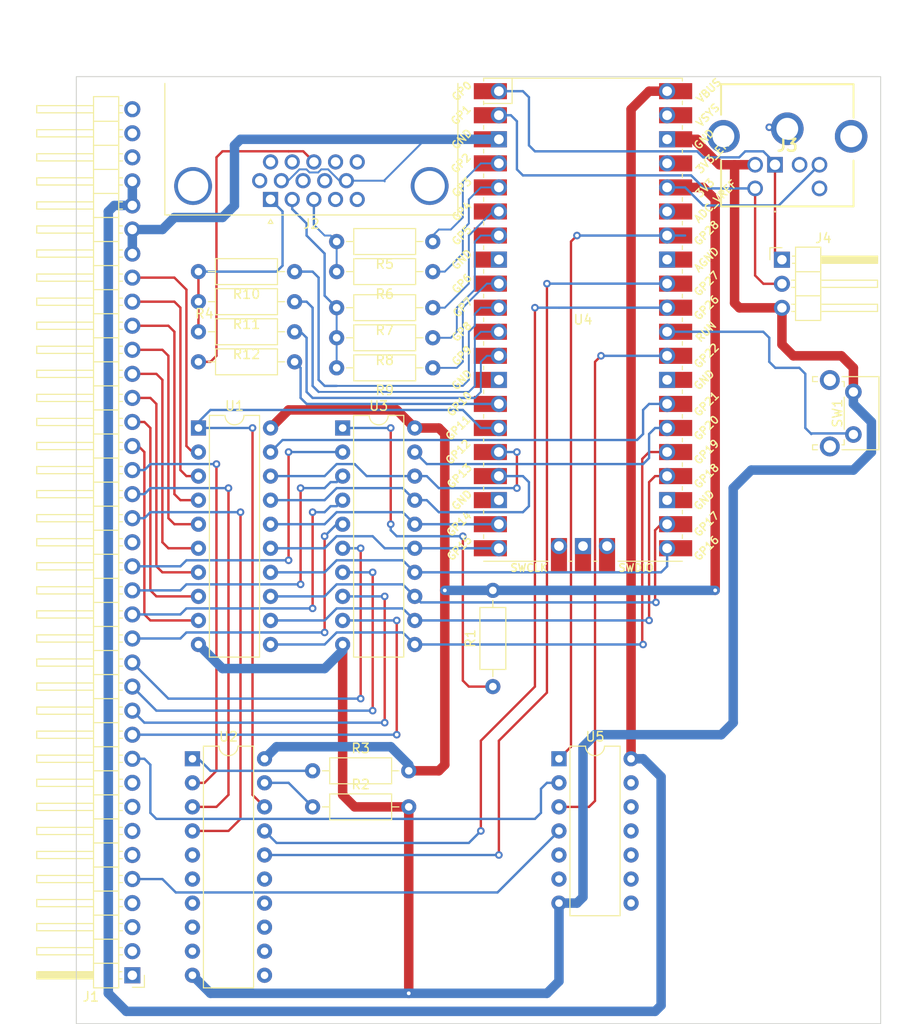
<source format=kicad_pcb>
(kicad_pcb (version 20211014) (generator pcbnew)
  (layers (0 "F.Cu" signal) (31 "B.Cu" signal) (34 "B.Paste" user) (35 "F.Paste" user) (36 "B.SilkS" user "B.Silkscreen") (37 "F.SilkS" user "F.Silkscreen") (38 "B.Mask" user) (39 "F.Mask" user) (44 "Edge.Cuts" user))
  (net 0 "")
  (net 4 "/D0")
  (net 5 "/D1")
  (net 6 "/D2")
  (net 7 "/D3")
  (net 8 "/D4")
  (net 9 "/D5")
  (net 10 "/D6")
  (net 11 "/D7")
  (net 12 "+5V")
  (net 13 "/~{RD}")
  (net 14 "/~{WR}")
  (net 15 "/~{IORQ}")
  (net 16 "/A0")
  (net 17 "/A1")
  (net 18 "/A2")
  (net 19 "/A3")
  (net 20 "/A4")
  (net 21 "/A5")
  (net 22 "/A6")
  (net 23 "/A7")
  (net 24 "/~{MREQ}")
  (net 26 "/~{INT}")
  (net 27 "/~{RFSH}")
  (net 28 "/~{CLK}")
  (net 29 "/~{M1}")
  (net 30 "/~{RESET}")
  (net 34 "unconnected-(J2-Pad0)")
  (net 35 "/RED_V")
  (net 36 "/GREEN_V")
  (net 47 "/~{WAIT}")
  (net 48 "+3V3")
  (net 49 "/~{WR3}")
  (net 62 "/BLUE_V")
  (net 63 "/~{RD3}")
  (net 64 "Net-(R3-Pad1)")
  (net 65 "/CSYNC")
  (net 66 "/KEY_DATA")
  (net 67 "/BLUE_D1")
  (net 68 "/BLUE_D2")
  (net 69 "/GREEN_D0")
  (net 70 "/KEY_CLK")
  (net 71 "/GREEN_D1")
  (net 72 "/GREEN_D2")
  (net 73 "/RED_D0")
  (net 74 "Net-(R1-Pad1)")
  (net 75 "Net-(R2-Pad1)")
  (net 76 "GND")
  (net 77 "/RED_D1")
  (net 78 "/RED_D2")
  (net 79 "/AD7_3")
  (net 80 "/AD6_3")
  (net 81 "/AD5_3")
  (net 82 "/AD4_3")
  (net 83 "/AD3_3")
  (net 84 "/AD2_3")
  (net 85 "/AD1_3")
  (net 86 "/AD0_3")
  (net 87 "/~{CE_D3}")
  (net 98 "/~{IORQ3}")
  (net 99 "/~{CE_A3}")
  (net 100 "/WAIT_3")
  (net 101 "/RESET3")
  (net 111 "unconnected-(J3-PadMH1)")
  (net 114 "Net-(U4-Pad14)")
  (net 115 "Net-(SW1-Pad2)")
  (footprint "Resistor_THT:R_Axial_DIN0207_L6.3mm_D2.5mm_P10.16mm_Horizontal" (layer "F.Cu") (at 93.98 51.435 180)
    (fp_text reference "R5")
    (fp_text value "1k")
  )
  (footprint "Resistor_THT:R_Axial_DIN0207_L6.3mm_D2.5mm_P10.16mm_Horizontal" (layer "F.Cu") (at 81.28 111.125)
    (fp_text reference "R2")
    (fp_text value "4.7k")
  )
  (footprint "Resistor_THT:R_Axial_DIN0207_L6.3mm_D2.5mm_P10.16mm_Horizontal" (layer "F.Cu") (at 93.98 58.42 180)
    (fp_text reference "R7")
    (fp_text value "2k2")
  )
  (footprint "Resistor_THT:R_Axial_DIN0207_L6.3mm_D2.5mm_P10.16mm_Horizontal" (layer "F.Cu") (at 81.28 107.315)
    (fp_text reference "R3")
    (fp_text value "4.7k")
  )
  (footprint "Connector_PinHeader_2.54mm:PinHeader_1x37_P2.54mm_Horizontal" (layer "F.Cu") (at 62.23 128.905 180)
    (fp_text reference "J1")
    (fp_text value "Conn_01x37_MountingPin")
  )
  (footprint "Resistor_THT:R_Axial_DIN0207_L6.3mm_D2.5mm_P10.16mm_Horizontal" (layer "F.Cu") (at 79.375 54.61 180)
    (fp_text reference "R10")
    (fp_text value "2k2")
  )
  (footprint "Connector_Dsub:DSUB-15-HD_Female_Horizontal_P2.29x1.98mm_EdgePinOffset8.35mm_Housed_MountingHolesOffset10.89mm" (layer "F.Cu") (at 76.835 46.99 180)
    (fp_text reference "J2")
    (fp_text value "DB15_Female_HighDensity_MountingHoles")
  )
  (footprint "Button_Switch_THT:SW_Tactile_SPST_Angled_PTS645Vx58-2LFS" (layer "F.Cu") (at 138.43 67.31 -90)
    (fp_text reference "SW1")
    (fp_text value "Reset")
  )
  (footprint "Resistor_THT:R_Axial_DIN0207_L6.3mm_D2.5mm_P10.16mm_Horizontal" (layer "F.Cu") (at 79.375 57.785 180)
    (fp_text reference "R11")
    (fp_text value "1k")
  )
  (footprint "Package_DIP:DIP-20_W7.62mm" (layer "F.Cu") (at 69.215 71.12)
    (fp_text reference "U1")
    (fp_text value "74LVC245A")
  )
  (footprint "Package_DIP:DIP-20_W7.62mm" (layer "F.Cu") (at 68.58 106.045)
    (fp_text reference "U2")
    (fp_text value "74LVC245A")
  )
  (footprint "Resistor_THT:R_Axial_DIN0207_L6.3mm_D2.5mm_P10.16mm_Horizontal" (layer "F.Cu") (at 100.33 98.425 90)
    (fp_text reference "R1")
    (fp_text value "4.7k")
  )
  (footprint "Resistor_THT:R_Axial_DIN0207_L6.3mm_D2.5mm_P10.16mm_Horizontal" (layer "F.Cu") (at 93.98 54.61 180)
    (fp_text reference "R6")
    (fp_text value "390")
  )
  (footprint "Resistor_THT:R_Axial_DIN0207_L6.3mm_D2.5mm_P10.16mm_Horizontal" (layer "F.Cu") (at 93.98 64.77 180)
    (fp_text reference "R9")
    (fp_text value "470")
  )
  (footprint "Resistor_THT:R_Axial_DIN0207_L6.3mm_D2.5mm_P10.16mm_Horizontal" (layer "F.Cu") (at 69.215 64.135)
    (fp_text reference "R4")
    (fp_text value "100")
  )
  (footprint "Resistor_THT:R_Axial_DIN0207_L6.3mm_D2.5mm_P10.16mm_Horizontal" (layer "F.Cu") (at 93.98 61.595 180)
    (fp_text reference "R8")
    (fp_text value "1k")
  )
  (footprint "Package_DIP:DIP-14_W7.62mm" (layer "F.Cu") (at 107.315 106.045)
    (fp_text reference "U5")
    (fp_text value "74LS04")
  )
  (footprint "MyLib:KMDGX6SBS" (layer "F.Cu") (at 130.145 43.325)
    (fp_text reference "J3")
    (fp_text value "Mini-DIN-6" hide)
  )
  (footprint "Resistor_THT:R_Axial_DIN0207_L6.3mm_D2.5mm_P10.16mm_Horizontal" (layer "F.Cu") (at 79.375 60.96 180)
    (fp_text reference "R12")
    (fp_text value "470")
  )
  (footprint "Package_DIP:DIP-20_W7.62mm" (layer "F.Cu") (at 84.455 71.12)
    (fp_text reference "U3")
    (fp_text value "74LVC245A")
  )
  (footprint "Connector_PinHeader_2.54mm:PinHeader_1x03_P2.54mm_Horizontal" (layer "F.Cu") (at 130.88 53.355)
    (fp_text reference "J4")
    (fp_text value "Conn_01x03_Male")
  )
  (footprint "MyLib:RPi_Pico_SMD_TH" (layer "F.Cu") (at 109.855 59.69)
    (fp_text reference "U4")
    (fp_text value "Pico")
  )
  (gr_rect (start 141.31 134.02) (end 56.31 34.02) (layer "Edge.Cuts") (width 0.1) (fill none))
  (segment (start 66.675 55.245) (end 67.945 56.515) (width 0.25) (layer "F.Cu") (net 4))
  (segment (start 67.945 56.515) (end 67.945 73.025) (width 0.25) (layer "F.Cu") (net 4))
  (segment (start 62.23 55.245) (end 66.675 55.245) (width 0.25) (layer "F.Cu") (net 4))
  (segment (start 67.945 73.025) (end 68.58 73.66) (width 0.25) (layer "F.Cu") (net 4))
  (segment (start 68.58 73.66) (end 69.215 73.66) (width 0.25) (layer "F.Cu") (net 4))
  (segment (start 67.31 58.42) (end 67.31 75.565) (width 0.25) (layer "F.Cu") (net 5))
  (segment (start 67.945 76.2) (end 69.215 76.2) (width 0.25) (layer "F.Cu") (net 5))
  (segment (start 66.675 57.785) (end 67.31 58.42) (width 0.25) (layer "F.Cu") (net 5))
  (segment (start 62.23 57.785) (end 66.675 57.785) (width 0.25) (layer "F.Cu") (net 5))
  (segment (start 67.31 75.565) (end 67.945 76.2) (width 0.25) (layer "F.Cu") (net 5))
  (segment (start 67.31 78.74) (end 69.215 78.74) (width 0.25) (layer "F.Cu") (net 6))
  (segment (start 66.675 78.105) (end 67.31 78.74) (width 0.25) (layer "F.Cu") (net 6))
  (segment (start 66.04 60.325) (end 66.675 60.96) (width 0.25) (layer "F.Cu") (net 6))
  (segment (start 66.675 60.96) (end 66.675 78.105) (width 0.25) (layer "F.Cu") (net 6))
  (segment (start 62.23 60.325) (end 66.04 60.325) (width 0.25) (layer "F.Cu") (net 6))
  (segment (start 65.405 62.865) (end 66.04 63.5) (width 0.25) (layer "F.Cu") (net 7))
  (segment (start 66.675 81.28) (end 69.215 81.28) (width 0.25) (layer "F.Cu") (net 7))
  (segment (start 62.23 62.865) (end 65.405 62.865) (width 0.25) (layer "F.Cu") (net 7))
  (segment (start 66.04 63.5) (end 66.04 80.645) (width 0.25) (layer "F.Cu") (net 7))
  (segment (start 66.04 80.645) (end 66.675 81.28) (width 0.25) (layer "F.Cu") (net 7))
  (segment (start 65.405 83.185) (end 66.04 83.82) (width 0.25) (layer "F.Cu") (net 8))
  (segment (start 64.77 65.405) (end 65.405 66.04) (width 0.25) (layer "F.Cu") (net 8))
  (segment (start 65.405 66.04) (end 65.405 83.185) (width 0.25) (layer "F.Cu") (net 8))
  (segment (start 66.04 83.82) (end 69.215 83.82) (width 0.25) (layer "F.Cu") (net 8))
  (segment (start 62.23 65.405) (end 64.77 65.405) (width 0.25) (layer "F.Cu") (net 8))
  (segment (start 65.405 86.36) (end 69.215 86.36) (width 0.25) (layer "F.Cu") (net 9))
  (segment (start 62.23 67.945) (end 64.135 67.945) (width 0.25) (layer "F.Cu") (net 9))
  (segment (start 64.77 68.58) (end 64.77 85.725) (width 0.25) (layer "F.Cu") (net 9))
  (segment (start 64.77 85.725) (end 65.405 86.36) (width 0.25) (layer "F.Cu") (net 9))
  (segment (start 64.135 67.945) (end 64.77 68.58) (width 0.25) (layer "F.Cu") (net 9))
  (segment (start 64.77 88.9) (end 69.215 88.9) (width 0.25) (layer "F.Cu") (net 10))
  (segment (start 62.23 70.485) (end 63.5 70.485) (width 0.25) (layer "F.Cu") (net 10))
  (segment (start 63.5 70.485) (end 64.135 71.12) (width 0.25) (layer "F.Cu") (net 10))
  (segment (start 64.135 88.265) (end 64.77 88.9) (width 0.25) (layer "F.Cu") (net 10))
  (segment (start 64.135 71.12) (end 64.135 88.265) (width 0.25) (layer "F.Cu") (net 10))
  (segment (start 64.135 91.44) (end 69.215 91.44) (width 0.25) (layer "F.Cu") (net 11))
  (segment (start 62.23 73.025) (end 62.865 73.025) (width 0.25) (layer "F.Cu") (net 11))
  (segment (start 62.865 73.025) (end 63.5 73.66) (width 0.25) (layer "F.Cu") (net 11))
  (segment (start 63.5 90.805) (end 64.135 91.44) (width 0.25) (layer "F.Cu") (net 11))
  (segment (start 63.5 73.66) (end 63.5 90.805) (width 0.25) (layer "F.Cu") (net 11))
  (segment (start 116.84 35.56) (end 114.935 37.465) (width 1) (layer "F.Cu") (net 12))
  (segment (start 114.935 37.465) (end 114.935 106.045) (width 1) (layer "F.Cu") (net 12))
  (segment (start 118.745 35.56) (end 116.84 35.56) (width 1) (layer "F.Cu") (net 12))
  (segment (start 118.11 132.08) (end 117.475 132.715) (width 1) (layer "B.Cu") (net 12))
  (segment (start 118.11 107.95) (end 118.11 132.08) (width 1) (layer "B.Cu") (net 12))
  (segment (start 60.325 47.625) (end 62.23 47.625) (width 1) (layer "B.Cu") (net 12))
  (segment (start 62.23 45.085) (end 62.23 47.625) (width 1) (layer "B.Cu") (net 12))
  (segment (start 117.475 132.715) (end 61.595 132.715) (width 1) (layer "B.Cu") (net 12))
  (segment (start 59.69 130.81) (end 59.69 48.26) (width 1) (layer "B.Cu") (net 12))
  (segment (start 116.205 106.045) (end 118.11 107.95) (width 1) (layer "B.Cu") (net 12))
  (segment (start 114.935 106.045) (end 116.205 106.045) (width 1) (layer "B.Cu") (net 12))
  (segment (start 61.595 132.715) (end 59.69 130.81) (width 1) (layer "B.Cu") (net 12))
  (segment (start 59.69 48.26) (end 60.325 47.625) (width 1) (layer "B.Cu") (net 12))
  (segment (start 71.12 74.93) (end 71.12 107.315) (width 0.25) (layer "F.Cu") (net 13))
  (segment (start 69.85 108.585) (end 68.58 108.585) (width 0.25) (layer "F.Cu") (net 13))
  (segment (start 71.12 107.315) (end 69.85 108.585) (width 0.25) (layer "F.Cu") (net 13))
  (via (at 71.12 74.93) (size 0.8) (drill 0.4) (layers "F.Cu" "B.Cu") (net 13))
  (segment (start 62.23 75.565) (end 63.5 75.565) (width 0.25) (layer "B.Cu") (net 13))
  (segment (start 63.5 75.565) (end 64.135 74.93) (width 0.25) (layer "B.Cu") (net 13))
  (segment (start 64.135 74.93) (end 71.12 74.93) (width 0.25) (layer "B.Cu") (net 13))
  (segment (start 71.12 111.125) (end 68.58 111.125) (width 0.25) (layer "F.Cu") (net 14))
  (segment (start 72.39 77.47) (end 72.39 109.855) (width 0.25) (layer "F.Cu") (net 14))
  (segment (start 72.39 109.855) (end 71.12 111.125) (width 0.25) (layer "F.Cu") (net 14))
  (via (at 72.39 77.47) (size 0.8) (drill 0.4) (layers "F.Cu" "B.Cu") (net 14))
  (segment (start 64.135 77.47) (end 72.39 77.47) (width 0.25) (layer "B.Cu") (net 14))
  (segment (start 62.23 78.105) (end 63.5 78.105) (width 0.25) (layer "B.Cu") (net 14))
  (segment (start 63.5 78.105) (end 64.135 77.47) (width 0.25) (layer "B.Cu") (net 14))
  (segment (start 73.66 112.395) (end 72.39 113.665) (width 0.25) (layer "F.Cu") (net 15))
  (segment (start 72.39 113.665) (end 68.58 113.665) (width 0.25) (layer "F.Cu") (net 15))
  (segment (start 73.66 80.01) (end 73.66 112.395) (width 0.25) (layer "F.Cu") (net 15))
  (via (at 73.66 80.01) (size 0.8) (drill 0.4) (layers "F.Cu" "B.Cu") (net 15))
  (segment (start 63.5 80.645) (end 64.135 80.01) (width 0.25) (layer "B.Cu") (net 15))
  (segment (start 62.23 80.645) (end 63.5 80.645) (width 0.25) (layer "B.Cu") (net 15))
  (segment (start 64.135 80.01) (end 73.66 80.01) (width 0.25) (layer "B.Cu") (net 15))
  (segment (start 78.74 73.66) (end 78.74 85.09) (width 0.25) (layer "F.Cu") (net 16))
  (via (at 78.74 73.66) (size 0.8) (drill 0.4) (layers "F.Cu" "B.Cu") (net 16))
  (via (at 78.74 85.09) (size 0.8) (drill 0.4) (layers "F.Cu" "B.Cu") (net 16))
  (segment (start 67.945 85.09) (end 67.31 85.725) (width 0.25) (layer "B.Cu") (net 16))
  (segment (start 84.455 73.66) (end 78.74 73.66) (width 0.25) (layer "B.Cu") (net 16))
  (segment (start 67.31 85.725) (end 62.23 85.725) (width 0.25) (layer "B.Cu") (net 16))
  (segment (start 78.74 85.09) (end 67.945 85.09) (width 0.25) (layer "B.Cu") (net 16))
  (segment (start 80.01 77.47) (end 80.01 87.63) (width 0.25) (layer "F.Cu") (net 17))
  (via (at 80.01 77.47) (size 0.8) (drill 0.4) (layers "F.Cu" "B.Cu") (net 17))
  (via (at 80.01 87.63) (size 0.8) (drill 0.4) (layers "F.Cu" "B.Cu") (net 17))
  (segment (start 83.185 76.835) (end 82.55 77.47) (width 0.25) (layer "B.Cu") (net 17))
  (segment (start 83.82 76.835) (end 83.185 76.835) (width 0.25) (layer "B.Cu") (net 17))
  (segment (start 67.31 88.265) (end 62.23 88.265) (width 0.25) (layer "B.Cu") (net 17))
  (segment (start 67.945 87.63) (end 67.31 88.265) (width 0.25) (layer "B.Cu") (net 17))
  (segment (start 84.455 76.2) (end 83.82 76.835) (width 0.25) (layer "B.Cu") (net 17))
  (segment (start 82.55 77.47) (end 80.01 77.47) (width 0.25) (layer "B.Cu") (net 17))
  (segment (start 80.01 87.63) (end 67.945 87.63) (width 0.25) (layer "B.Cu") (net 17))
  (segment (start 81.28 80.01) (end 81.28 90.17) (width 0.25) (layer "F.Cu") (net 18))
  (via (at 81.28 90.17) (size 0.8) (drill 0.4) (layers "F.Cu" "B.Cu") (net 18))
  (via (at 81.28 80.01) (size 0.8) (drill 0.4) (layers "F.Cu" "B.Cu") (net 18))
  (segment (start 83.82 79.375) (end 83.185 79.375) (width 0.25) (layer "B.Cu") (net 18))
  (segment (start 83.185 79.375) (end 82.55 80.01) (width 0.25) (layer "B.Cu") (net 18))
  (segment (start 82.55 80.01) (end 81.28 80.01) (width 0.25) (layer "B.Cu") (net 18))
  (segment (start 84.455 78.74) (end 83.82 79.375) (width 0.25) (layer "B.Cu") (net 18))
  (segment (start 67.31 90.805) (end 62.23 90.805) (width 0.25) (layer "B.Cu") (net 18))
  (segment (start 67.945 90.17) (end 67.31 90.805) (width 0.25) (layer "B.Cu") (net 18))
  (segment (start 81.28 90.17) (end 67.945 90.17) (width 0.25) (layer "B.Cu") (net 18))
  (segment (start 82.55 82.55) (end 82.55 92.71) (width 0.25) (layer "F.Cu") (net 19))
  (via (at 82.55 82.55) (size 0.8) (drill 0.4) (layers "F.Cu" "B.Cu") (net 19))
  (via (at 82.55 92.71) (size 0.8) (drill 0.4) (layers "F.Cu" "B.Cu") (net 19))
  (segment (start 83.82 81.28) (end 82.55 82.55) (width 0.25) (layer "B.Cu") (net 19))
  (segment (start 67.945 92.71) (end 67.31 93.345) (width 0.25) (layer "B.Cu") (net 19))
  (segment (start 82.55 92.71) (end 67.945 92.71) (width 0.25) (layer "B.Cu") (net 19))
  (segment (start 84.455 81.28) (end 83.82 81.28) (width 0.25) (layer "B.Cu") (net 19))
  (segment (start 67.31 93.345) (end 62.23 93.345) (width 0.25) (layer "B.Cu") (net 19))
  (segment (start 86.36 99.695) (end 86.36 83.82) (width 0.25) (layer "F.Cu") (net 20))
  (via (at 86.36 99.695) (size 0.8) (drill 0.4) (layers "F.Cu" "B.Cu") (net 20))
  (via (at 86.36 83.82) (size 0.8) (drill 0.4) (layers "F.Cu" "B.Cu") (net 20))
  (segment (start 86.36 99.695) (end 66.04 99.695) (width 0.25) (layer "B.Cu") (net 20))
  (segment (start 86.36 83.82) (end 84.455 83.82) (width 0.25) (layer "B.Cu") (net 20))
  (segment (start 66.04 99.695) (end 62.23 95.885) (width 0.25) (layer "B.Cu") (net 20))
  (segment (start 87.63 100.965) (end 87.63 86.36) (width 0.25) (layer "F.Cu") (net 21))
  (via (at 87.63 100.965) (size 0.8) (drill 0.4) (layers "F.Cu" "B.Cu") (net 21))
  (via (at 87.63 86.36) (size 0.8) (drill 0.4) (layers "F.Cu" "B.Cu") (net 21))
  (segment (start 87.63 100.965) (end 64.77 100.965) (width 0.25) (layer "B.Cu") (net 21))
  (segment (start 64.77 100.965) (end 62.23 98.425) (width 0.25) (layer "B.Cu") (net 21))
  (segment (start 87.63 86.36) (end 84.455 86.36) (width 0.25) (layer "B.Cu") (net 21))
  (segment (start 88.9 102.235) (end 88.9 88.9) (width 0.25) (layer "F.Cu") (net 22))
  (via (at 88.9 102.235) (size 0.8) (drill 0.4) (layers "F.Cu" "B.Cu") (net 22))
  (via (at 88.9 88.9) (size 0.8) (drill 0.4) (layers "F.Cu" "B.Cu") (net 22))
  (segment (start 88.9 102.235) (end 63.5 102.235) (width 0.25) (layer "B.Cu") (net 22))
  (segment (start 63.5 102.235) (end 62.23 100.965) (width 0.25) (layer "B.Cu") (net 22))
  (segment (start 88.9 88.9) (end 84.455 88.9) (width 0.25) (layer "B.Cu") (net 22))
  (segment (start 90.17 103.505) (end 90.17 91.44) (width 0.25) (layer "F.Cu") (net 23))
  (via (at 90.17 103.505) (size 0.8) (drill 0.4) (layers "F.Cu" "B.Cu") (net 23))
  (via (at 90.17 91.44) (size 0.8) (drill 0.4) (layers "F.Cu" "B.Cu") (net 23))
  (segment (start 90.17 91.44) (end 84.455 91.44) (width 0.25) (layer "B.Cu") (net 23))
  (segment (start 90.17 103.505) (end 62.23 103.505) (width 0.25) (layer "B.Cu") (net 23))
  (segment (start 106.045 108.585) (end 107.315 108.585) (width 0.25) (layer "B.Cu") (net 30))
  (segment (start 62.23 106.045) (end 63.5 106.045) (width 0.25) (layer "B.Cu") (net 30))
  (segment (start 105.41 111.76) (end 105.41 109.22) (width 0.25) (layer "B.Cu") (net 30))
  (segment (start 63.5 106.045) (end 64.135 106.68) (width 0.25) (layer "B.Cu") (net 30))
  (segment (start 104.775 112.395) (end 105.41 111.76) (width 0.25) (layer "B.Cu") (net 30))
  (segment (start 64.77 112.395) (end 104.775 112.395) (width 0.25) (layer "B.Cu") (net 30))
  (segment (start 105.41 109.22) (end 106.045 108.585) (width 0.25) (layer "B.Cu") (net 30))
  (segment (start 64.135 111.76) (end 64.77 112.395) (width 0.25) (layer "B.Cu") (net 30))
  (segment (start 64.135 106.68) (end 64.135 111.76) (width 0.25) (layer "B.Cu") (net 30))
  (segment (start 93.42 45.01) (end 93.98 44.45) (width 0.25) (layer "B.Cu") (net 34))
  (segment (start 69.215 60.96) (end 69.215 57.785) (width 0.25) (layer "F.Cu") (net 35))
  (segment (start 69.215 57.785) (end 69.215 54.61) (width 0.25) (layer "F.Cu") (net 35))
  (segment (start 78.105 53.975) (end 78.105 48.26) (width 0.25) (layer "B.Cu") (net 35))
  (segment (start 77.47 54.61) (end 78.105 53.975) (width 0.25) (layer "B.Cu") (net 35))
  (segment (start 69.215 54.61) (end 77.47 54.61) (width 0.25) (layer "B.Cu") (net 35))
  (segment (start 78.105 48.26) (end 76.835 46.99) (width 0.25) (layer "B.Cu") (net 35))
  (segment (start 82.55 52.705) (end 82.55 57.15) (width 0.25) (layer "B.Cu") (net 36))
  (segment (start 80.645 50.8) (end 82.55 52.705) (width 0.25) (layer "B.Cu") (net 36))
  (segment (start 82.55 57.15) (end 83.82 58.42) (width 0.25) (layer "B.Cu") (net 36))
  (segment (start 83.82 61.595) (end 83.82 58.42) (width 0.2) (layer "B.Cu") (net 36))
  (segment (start 83.82 64.77) (end 83.82 61.595) (width 0.2) (layer "B.Cu") (net 36))
  (segment (start 80.645 49.53) (end 80.645 50.8) (width 0.25) (layer "B.Cu") (net 36))
  (segment (start 79.125 46.99) (end 79.125 48.01) (width 0.25) (layer "B.Cu") (net 36))
  (segment (start 79.125 48.01) (end 80.645 49.53) (width 0.25) (layer "B.Cu") (net 36))
  (segment (start 62.23 118.745) (end 65.405 118.745) (width 0.25) (layer "B.Cu") (net 47))
  (segment (start 66.820489 120.160489) (end 65.405 118.745) (width 0.25) (layer "B.Cu") (net 47))
  (segment (start 100.819511 120.160489) (end 66.820489 120.160489) (width 0.25) (layer "B.Cu") (net 47))
  (segment (start 107.315 113.665) (end 100.819511 120.160489) (width 0.25) (layer "B.Cu") (net 47))
  (segment (start 94.615 107.315) (end 91.44 107.315) (width 1) (layer "F.Cu") (net 48))
  (segment (start 123.825 46.99) (end 123.825 88.265) (width 1) (layer "F.Cu") (net 48))
  (segment (start 95.25 88.265) (end 95.25 71.755) (width 1) (layer "F.Cu") (net 48))
  (segment (start 95.25 71.755) (end 94.615 71.12) (width 1) (layer "F.Cu") (net 48))
  (segment (start 95.25 88.265) (end 95.25 106.68) (width 1) (layer "F.Cu") (net 48))
  (segment (start 94.615 71.12) (end 92.075 71.12) (width 1) (layer "F.Cu") (net 48))
  (segment (start 118.745 45.72) (end 122.555 45.72) (width 1) (layer "F.Cu") (net 48))
  (segment (start 90.17 69.215) (end 78.74 69.215) (width 1) (layer "F.Cu") (net 48))
  (segment (start 95.25 106.68) (end 94.615 107.315) (width 1) (layer "F.Cu") (net 48))
  (segment (start 78.74 69.215) (end 76.835 71.12) (width 1) (layer "F.Cu") (net 48))
  (segment (start 122.555 45.72) (end 123.825 46.99) (width 1) (layer "F.Cu") (net 48))
  (segment (start 92.075 71.12) (end 90.17 69.215) (width 1) (layer "F.Cu") (net 48))
  (via (at 95.25 88.265) (size 0.8) (drill 0.4) (layers "F.Cu" "B.Cu") (net 48))
  (via (at 123.825 88.265) (size 0.8) (drill 0.4) (layers "F.Cu" "B.Cu") (net 48))
  (segment (start 91.44 106.68) (end 91.44 107.315) (width 1) (layer "B.Cu") (net 48))
  (segment (start 89.535 104.775) (end 91.44 106.68) (width 1) (layer "B.Cu") (net 48))
  (segment (start 122.555 47.625) (end 120.65 45.72) (width 0.25) (layer "B.Cu") (net 48))
  (segment (start 130.545 47.625) (end 122.555 47.625) (width 0.25) (layer "B.Cu") (net 48))
  (segment (start 95.25 88.265) (end 123.825 88.265) (width 1) (layer "B.Cu") (net 48))
  (segment (start 120.65 45.72) (end 118.745 45.72) (width 0.25) (layer "B.Cu") (net 48))
  (segment (start 134.845 43.325) (end 130.545 47.625) (width 0.25) (layer "B.Cu") (net 48))
  (segment (start 77.47 104.775) (end 89.535 104.775) (width 1) (layer "B.Cu") (net 48))
  (segment (start 76.2 106.045) (end 77.47 104.775) (width 1) (layer "B.Cu") (net 48))
  (segment (start 104.775 98.425) (end 99.06 104.14) (width 0.25) (layer "F.Cu") (net 49))
  (segment (start 104.775 58.42) (end 104.775 98.425) (width 0.25) (layer "F.Cu") (net 49))
  (segment (start 99.06 104.14) (end 99.06 113.665) (width 0.25) (layer "F.Cu") (net 49))
  (via (at 99.06 113.665) (size 0.8) (drill 0.4) (layers "F.Cu" "B.Cu") (net 49))
  (via (at 104.775 58.42) (size 0.8) (drill 0.4) (layers "F.Cu" "B.Cu") (net 49))
  (segment (start 107.315 58.42) (end 104.775 58.42) (width 0.25) (layer "B.Cu") (net 49))
  (segment (start 97.79 114.935) (end 77.47 114.935) (width 0.25) (layer "B.Cu") (net 49))
  (segment (start 118.745 58.42) (end 107.315 58.42) (width 0.25) (layer "B.Cu") (net 49))
  (segment (start 77.47 114.935) (end 76.2 113.665) (width 0.25) (layer "B.Cu") (net 49))
  (segment (start 99.06 113.665) (end 97.79 114.935) (width 0.25) (layer "B.Cu") (net 49))
  (segment (start 82.55 50.8) (end 81.415 49.665) (width 0.2) (layer "B.Cu") (net 62))
  (segment (start 83.82 51.435) (end 83.185 50.8) (width 0.2) (layer "B.Cu") (net 62))
  (segment (start 83.185 50.8) (end 82.55 50.8) (width 0.2) (layer "B.Cu") (net 62))
  (segment (start 83.82 54.61) (end 83.82 51.435) (width 0.2) (layer "B.Cu") (net 62))
  (segment (start 81.415 49.665) (end 81.415 46.99) (width 0.25) (layer "B.Cu") (net 62))
  (segment (start 74.93 71.12) (end 74.93 109.855) (width 0.25) (layer "F.Cu") (net 63))
  (segment (start 74.93 109.855) (end 76.2 111.125) (width 0.25) (layer "F.Cu") (net 63))
  (via (at 74.93 71.12) (size 0.8) (drill 0.4) (layers "F.Cu" "B.Cu") (net 63))
  (segment (start 70.485 69.215) (end 69.215 70.485) (width 0.25) (layer "B.Cu") (net 63))
  (segment (start 97.155 69.215) (end 70.485 69.215) (width 0.25) (layer "B.Cu") (net 63))
  (segment (start 100.965 71.12) (end 99.06 71.12) (width 0.25) (layer "B.Cu") (net 63))
  (segment (start 69.215 70.485) (end 69.215 71.12) (width 0.25) (layer "B.Cu") (net 63))
  (segment (start 99.06 71.12) (end 97.155 69.215) (width 0.25) (layer "B.Cu") (net 63))
  (segment (start 69.215 71.12) (end 74.93 71.12) (width 0.25) (layer "B.Cu") (net 63))
  (segment (start 69.215 106.045) (end 70.485 107.315) (width 0.25) (layer "B.Cu") (net 64))
  (segment (start 68.58 106.045) (end 69.215 106.045) (width 0.25) (layer "B.Cu") (net 64))
  (segment (start 70.485 107.315) (end 81.28 107.315) (width 0.25) (layer "B.Cu") (net 64))
  (segment (start 71.12 42.545) (end 71.755 41.91) (width 0.25) (layer "F.Cu") (net 65))
  (segment (start 71.759511 41.905489) (end 78.735489 41.905489) (width 0.25) (layer "F.Cu") (net 65))
  (segment (start 78.735489 41.905489) (end 80.290489 41.905489) (width 0.25) (layer "F.Cu") (net 65))
  (segment (start 70.485 64.135) (end 71.12 63.5) (width 0.25) (layer "F.Cu") (net 65))
  (segment (start 71.755 41.91) (end 71.759511 41.905489) (width 0.25) (layer "F.Cu") (net 65))
  (segment (start 71.12 63.5) (end 71.12 42.545) (width 0.25) (layer "F.Cu") (net 65))
  (segment (start 78.735489 41.905489) (end 78.74 41.91) (width 0.25) (layer "F.Cu") (net 65))
  (segment (start 69.215 64.135) (end 70.485 64.135) (width 0.25) (layer "F.Cu") (net 65))
  (segment (start 80.290489 41.905489) (end 81.415 43.03) (width 0.25) (layer "F.Cu") (net 65))
  (segment (start 130.145 52.62) (end 130.88 53.355) (width 0.25) (layer "F.Cu") (net 66))
  (segment (start 130.145 43.325) (end 130.145 52.62) (width 0.25) (layer "F.Cu") (net 66))
  (segment (start 126.365 42.545) (end 122.555 42.545) (width 0.25) (layer "B.Cu") (net 66))
  (segment (start 104.14 41.275) (end 104.14 36.195) (width 0.25) (layer "B.Cu") (net 66))
  (segment (start 128.905 41.91) (end 127 41.91) (width 0.25) (layer "B.Cu") (net 66))
  (segment (start 127 41.91) (end 126.365 42.545) (width 0.25) (layer "B.Cu") (net 66))
  (segment (start 130.145 43.325) (end 130.145 43.15) (width 0.25) (layer "B.Cu") (net 66))
  (segment (start 104.14 36.195) (end 103.505 35.56) (width 0.25) (layer "B.Cu") (net 66))
  (segment (start 103.505 35.56) (end 100.965 35.56) (width 0.25) (layer "B.Cu") (net 66))
  (segment (start 122.555 42.545) (end 121.92 41.91) (width 0.25) (layer "B.Cu") (net 66))
  (segment (start 121.92 41.91) (end 104.775 41.91) (width 0.25) (layer "B.Cu") (net 66))
  (segment (start 130.145 43.15) (end 128.905 41.91) (width 0.25) (layer "B.Cu") (net 66))
  (segment (start 104.775 41.91) (end 104.14 41.275) (width 0.25) (layer "B.Cu") (net 66))
  (segment (start 97.155 45.085) (end 97.155 48.895) (width 0.2) (layer "B.Cu") (net 67))
  (segment (start 100.965 43.18) (end 99.06 43.18) (width 0.2) (layer "B.Cu") (net 67))
  (segment (start 93.98 50.8) (end 93.98 51.435) (width 0.2) (layer "B.Cu") (net 67))
  (segment (start 99.06 43.18) (end 97.155 45.085) (width 0.2) (layer "B.Cu") (net 67))
  (segment (start 95.885 50.165) (end 94.615 50.165) (width 0.2) (layer "B.Cu") (net 67))
  (segment (start 94.615 50.165) (end 93.98 50.8) (width 0.2) (layer "B.Cu") (net 67))
  (segment (start 97.155 48.895) (end 95.885 50.165) (width 0.2) (layer "B.Cu") (net 67))
  (segment (start 97.79 46.99) (end 97.79 49.53) (width 0.2) (layer "B.Cu") (net 68))
  (segment (start 99.06 45.72) (end 97.79 46.99) (width 0.2) (layer "B.Cu") (net 68))
  (segment (start 100.965 45.72) (end 99.06 45.72) (width 0.2) (layer "B.Cu") (net 68))
  (segment (start 97.79 49.53) (end 97.155 50.165) (width 0.2) (layer "B.Cu") (net 68))
  (segment (start 97.155 50.165) (end 97.155 52.705) (width 0.2) (layer "B.Cu") (net 68))
  (segment (start 97.155 52.705) (end 95.25 54.61) (width 0.2) (layer "B.Cu") (net 68))
  (segment (start 95.25 54.61) (end 93.98 54.61) (width 0.2) (layer "B.Cu") (net 68))
  (segment (start 97.79 55.88) (end 95.25 58.42) (width 0.2) (layer "B.Cu") (net 69))
  (segment (start 100.33 48.26) (end 97.79 50.8) (width 0.2) (layer "B.Cu") (net 69))
  (segment (start 100.965 48.26) (end 100.33 48.26) (width 0.2) (layer "B.Cu") (net 69))
  (segment (start 97.79 50.8) (end 97.79 55.88) (width 0.2) (layer "B.Cu") (net 69))
  (segment (start 95.25 58.42) (end 93.98 58.42) (width 0.2) (layer "B.Cu") (net 69))
  (segment (start 128.92 55.895) (end 130.88 55.895) (width 0.25) (layer "F.Cu") (net 70))
  (segment (start 128.045 55.02) (end 128.92 55.895) (width 0.25) (layer "F.Cu") (net 70))
  (segment (start 128.045 45.825) (end 128.045 55.02) (width 0.25) (layer "F.Cu") (net 70))
  (segment (start 102.87 43.815) (end 102.87 38.735) (width 0.25) (layer "B.Cu") (net 70))
  (segment (start 103.505 44.45) (end 102.87 43.815) (width 0.25) (layer "B.Cu") (net 70))
  (segment (start 128.045 45.825) (end 122.66 45.825) (width 0.25) (layer "B.Cu") (net 70))
  (segment (start 102.235 38.1) (end 100.965 38.1) (width 0.25) (layer "B.Cu") (net 70))
  (segment (start 121.285 44.45) (end 103.505 44.45) (width 0.25) (layer "B.Cu") (net 70))
  (segment (start 122.66 45.825) (end 121.285 44.45) (width 0.25) (layer "B.Cu") (net 70))
  (segment (start 102.87 38.735) (end 102.235 38.1) (width 0.25) (layer "B.Cu") (net 70))
  (segment (start 96.52 60.96) (end 95.885 61.595) (width 0.2) (layer "B.Cu") (net 71))
  (segment (start 100.965 50.8) (end 99.06 50.8) (width 0.2) (layer "B.Cu") (net 71))
  (segment (start 95.885 61.595) (end 93.98 61.595) (width 0.2) (layer "B.Cu") (net 71))
  (segment (start 99.06 50.8) (end 98.425 51.435) (width 0.2) (layer "B.Cu") (net 71))
  (segment (start 98.425 51.435) (end 98.425 56.515) (width 0.2) (layer "B.Cu") (net 71))
  (segment (start 98.425 56.515) (end 96.52 58.42) (width 0.2) (layer "B.Cu") (net 71))
  (segment (start 96.52 58.42) (end 96.52 60.96) (width 0.2) (layer "B.Cu") (net 71))
  (segment (start 97.155 58.42) (end 97.155 64.135) (width 0.2) (layer "B.Cu") (net 72))
  (segment (start 96.52 64.77) (end 93.98 64.77) (width 0.2) (layer "B.Cu") (net 72))
  (segment (start 100.965 55.88) (end 99.695 55.88) (width 0.2) (layer "B.Cu") (net 72))
  (segment (start 97.155 64.135) (end 96.52 64.77) (width 0.2) (layer "B.Cu") (net 72))
  (segment (start 99.695 55.88) (end 97.155 58.42) (width 0.2) (layer "B.Cu") (net 72))
  (segment (start 82.55 66.675) (end 83.82 66.675) (width 0.25) (layer "B.Cu") (net 73))
  (segment (start 97.79 66.04) (end 97.155 66.675) (width 0.2) (layer "B.Cu") (net 73))
  (segment (start 100.965 58.42) (end 99.06 58.42) (width 0.2) (layer "B.Cu") (net 73))
  (segment (start 81.915 66.04) (end 82.55 66.675) (width 0.25) (layer "B.Cu") (net 73))
  (segment (start 98.425 59.055) (end 98.425 60.325) (width 0.2) (layer "B.Cu") (net 73))
  (segment (start 81.28 54.61) (end 79.375 54.61) (width 0.25) (layer "B.Cu") (net 73))
  (segment (start 99.06 58.42) (end 98.425 59.055) (width 0.2) (layer "B.Cu") (net 73))
  (segment (start 81.915 55.245) (end 81.915 66.04) (width 0.25) (layer "B.Cu") (net 73))
  (segment (start 97.79 60.96) (end 97.79 66.04) (width 0.2) (layer "B.Cu") (net 73))
  (segment (start 97.155 66.675) (end 83.82 66.675) (width 0.2) (layer "B.Cu") (net 73))
  (segment (start 81.28 54.61) (end 81.915 55.245) (width 0.25) (layer "B.Cu") (net 73))
  (segment (start 98.425 60.325) (end 97.79 60.96) (width 0.2) (layer "B.Cu") (net 73))
  (segment (start 89.535 71.12) (end 89.535 81.28) (width 0.25) (layer "F.Cu") (net 74))
  (segment (start 97.155 82.55) (end 97.155 97.79) (width 0.25) (layer "F.Cu") (net 74))
  (segment (start 97.79 98.425) (end 100.33 98.425) (width 0.25) (layer "F.Cu") (net 74))
  (segment (start 97.155 97.79) (end 97.79 98.425) (width 0.25) (layer "F.Cu") (net 74))
  (via (at 89.535 71.12) (size 0.8) (drill 0.4) (layers "F.Cu" "B.Cu") (net 74))
  (via (at 97.155 82.55) (size 0.8) (drill 0.4) (layers "F.Cu" "B.Cu") (net 74))
  (via (at 89.535 81.28) (size 0.8) (drill 0.4) (layers "F.Cu" "B.Cu") (net 74))
  (segment (start 89.535 81.915) (end 89.535 81.28) (width 0.25) (layer "B.Cu") (net 74))
  (segment (start 90.17 82.55) (end 89.535 81.915) (width 0.25) (layer "B.Cu") (net 74))
  (segment (start 97.155 82.55) (end 90.17 82.55) (width 0.25) (layer "B.Cu") (net 74))
  (segment (start 84.455 71.12) (end 89.535 71.12) (width 0.25) (layer "B.Cu") (net 74))
  (segment (start 78.74 108.585) (end 81.28 111.125) (width 0.25) (layer "B.Cu") (net 75))
  (segment (start 76.2 108.585) (end 78.74 108.585) (width 0.25) (layer "B.Cu") (net 75))
  (segment (start 84.455 93.98) (end 84.455 109.855) (width 1) (layer "F.Cu") (net 76))
  (segment (start 125.875 43.325) (end 128.045 43.325) (width 1) (layer "F.Cu") (net 76))
  (segment (start 130.88 62.3) (end 132.08 63.5) (width 1) (layer "F.Cu") (net 76))
  (segment (start 124.266223 43.325) (end 125.875 43.325) (width 1) (layer "F.Cu") (net 76))
  (segment (start 85.725 111.125) (end 91.44 111.125) (width 1) (layer "F.Cu") (net 76))
  (segment (start 138.43 64.77) (end 138.43 67.31) (width 1) (layer "F.Cu") (net 76))
  (segment (start 130.88 58.435) (end 130.88 62.3) (width 1) (layer "F.Cu") (net 76))
  (segment (start 121.92 40.978777) (end 124.266223 43.325) (width 1) (layer "F.Cu") (net 76))
  (segment (start 126.38 58.435) (end 130.88 58.435) (width 1) (layer "F.Cu") (net 76))
  (segment (start 132.08 63.5) (end 137.16 63.5) (width 1) (layer "F.Cu") (net 76))
  (segment (start 91.44 111.125) (end 91.44 130.81) (width 1) (layer "F.Cu") (net 76))
  (segment (start 125.875 43.325) (end 125.875 57.93) (width 1) (layer "F.Cu") (net 76))
  (segment (start 125.875 57.93) (end 126.38 58.435) (width 1) (layer "F.Cu") (net 76))
  (segment (start 84.455 109.855) (end 85.725 111.125) (width 1) (layer "F.Cu") (net 76))
  (segment (start 137.16 63.5) (end 138.43 64.77) (width 1) (layer "F.Cu") (net 76))
  (segment (start 121.92 40.64) (end 121.92 40.978777) (width 1) (layer "F.Cu") (net 76))
  (segment (start 118.745 40.64) (end 121.92 40.64) (width 1) (layer "F.Cu") (net 76))
  (via (at 91.44 130.81) (size 0.8) (drill 0.4) (layers "F.Cu" "B.Cu") (net 76))
  (segment (start 73.025 41.275) (end 73.66 40.64) (width 1) (layer "B.Cu") (net 76))
  (segment (start 91.44 130.81) (end 70.485 130.81) (width 1) (layer "B.Cu") (net 76))
  (segment (start 82.919944 43.815) (end 82.200056 43.815) (width 0.2) (layer "B.Cu") (net 76))
  (segment (start 73.66 40.64) (end 100.965 40.64) (width 1) (layer "B.Cu") (net 76))
  (segment (start 140.335 70.485) (end 140.335 73.66) (width 1) (layer "B.Cu") (net 76))
  (segment (start 107.315 129.54) (end 107.315 121.285) (width 1) (layer "B.Cu") (net 76))
  (segment (start 127.635 75.565) (end 125.73 77.47) (width 1) (layer "B.Cu") (net 76))
  (segment (start 138.43 68.58) (end 140.335 70.485) (width 1) (layer "B.Cu") (net 76))
  (segment (start 138.43 67.31) (end 138.43 68.58) (width 1) (layer "B.Cu") (net 76))
  (segment (start 65.405 50.165) (end 66.675 48.895) (width 1) (layer "B.Cu") (net 76))
  (segment (start 93.195 40.64) (end 100.965 40.64) (width 0.2) (layer "B.Cu") (net 76))
  (segment (start 111.125 103.505) (end 109.855 104.775) (width 1) (layer "B.Cu") (net 76))
  (segment (start 82.55 96.52) (end 84.455 94.615) (width 1) (layer "B.Cu") (net 76))
  (segment (start 78.699944 45.01) (end 77.98 45.01) (width 0.2) (layer "B.Cu") (net 76))
  (segment (start 140.335 73.66) (end 138.43 75.565) (width 1) (layer "B.Cu") (net 76))
  (segment (start 91.44 130.81) (end 106.045 130.81) (width 1) (layer "B.Cu") (net 76))
  (segment (start 71.755 96.52) (end 82.55 96.52) (width 1) (layer "B.Cu") (net 76))
  (segment (start 69.215 93.98) (end 71.755 96.52) (width 1) (layer "B.Cu") (net 76))
  (segment (start 109.855 120.65) (end 109.22 121.285) (width 1) (layer "B.Cu") (net 76))
  (segment (start 109.22 121.285) (end 107.315 121.285) (width 1) (layer "B.Cu") (net 76))
  (segment (start 84.114944 45.01) (end 82.919944 43.815) (width 0.2) (layer "B.Cu") (net 76))
  (segment (start 109.855 104.775) (end 109.855 120.65) (width 1) (layer "B.Cu") (net 76))
  (segment (start 79.894944 43.815) (end 78.699944 45.01) (width 0.2) (layer "B.Cu") (net 76))
  (segment (start 84.85 45.01) (end 84.114944 45.01) (width 0.2) (layer "B.Cu") (net 76))
  (segment (start 88.825 45.01) (end 88.9 45.085) (width 0.2) (layer "B.Cu") (net 76))
  (segment (start 125.73 77.47) (end 125.73 102.235) (width 1) (layer "B.Cu") (net 76))
  (segment (start 84.85 45.01) (end 88.825 45.01) (width 0.2) (layer "B.Cu") (net 76))
  (segment (start 70.485 130.81) (end 68.58 128.905) (width 1) (layer "B.Cu") (net 76))
  (segment (start 138.43 75.565) (end 127.635 75.565) (width 1) (layer "B.Cu") (net 76))
  (segment (start 81.875028 44.140028) (end 80.954972 44.140028) (width 0.2) (layer "B.Cu") (net 76))
  (segment (start 84.455 94.615) (end 84.455 93.98) (width 1) (layer "B.Cu") (net 76))
  (segment (start 80.954972 44.140028) (end 80.629944 43.815) (width 0.2) (layer "B.Cu") (net 76))
  (segment (start 82.200056 43.815) (end 81.875028 44.140028) (width 0.2) (layer "B.Cu") (net 76))
  (segment (start 106.045 130.81) (end 107.315 129.54) (width 1) (layer "B.Cu") (net 76))
  (segment (start 66.675 48.895) (end 71.755 48.895) (width 1) (layer "B.Cu") (net 76))
  (segment (start 88.825 45.01) (end 93.195 40.64) (width 0.2) (layer "B.Cu") (net 76))
  (segment (start 62.23 50.165) (end 65.405 50.165) (width 1) (layer "B.Cu") (net 76))
  (segment (start 71.755 48.895) (end 73.025 47.625) (width 1) (layer "B.Cu") (net 76))
  (segment (start 62.23 50.165) (end 62.23 52.705) (width 1) (layer "B.Cu") (net 76))
  (segment (start 124.46 103.505) (end 111.125 103.505) (width 1) (layer "B.Cu") (net 76))
  (segment (start 73.025 47.625) (end 73.025 41.275) (width 1) (layer "B.Cu") (net 76))
  (segment (start 80.629944 43.815) (end 79.894944 43.815) (width 0.2) (layer "B.Cu") (net 76))
  (segment (start 125.73 102.235) (end 124.46 103.505) (width 1) (layer "B.Cu") (net 76))
  (segment (start 98.425 66.675) (end 97.79 67.31) (width 0.2) (layer "B.Cu") (net 77))
  (segment (start 81.28 66.675) (end 81.28 58.42) (width 0.25) (layer "B.Cu") (net 77))
  (segment (start 80.645 57.785) (end 79.375 57.785) (width 0.25) (layer "B.Cu") (net 77))
  (segment (start 98.425 61.595) (end 98.425 66.675) (width 0.2) (layer "B.Cu") (net 77))
  (segment (start 97.79 67.31) (end 81.915 67.31) (width 0.2) (layer "B.Cu") (net 77))
  (segment (start 99.06 60.96) (end 98.425 61.595) (width 0.2) (layer "B.Cu") (net 77))
  (segment (start 100.965 60.96) (end 99.06 60.96) (width 0.2) (layer "B.Cu") (net 77))
  (segment (start 81.28 58.42) (end 80.645 57.785) (width 0.25) (layer "B.Cu") (net 77))
  (segment (start 81.915 67.31) (end 81.28 66.675) (width 0.25) (layer "B.Cu") (net 77))
  (segment (start 100.965 63.5) (end 99.695 63.5) (width 0.2) (layer "B.Cu") (net 78))
  (segment (start 81.28 67.945) (end 80.645 67.31) (width 0.25) (layer "B.Cu") (net 78))
  (segment (start 99.695 63.5) (end 99.06 64.135) (width 0.2) (layer "B.Cu") (net 78))
  (segment (start 80.645 67.31) (end 80.645 61.595) (width 0.25) (layer "B.Cu") (net 78))
  (segment (start 99.06 64.135) (end 99.06 67.31) (width 0.2) (layer "B.Cu") (net 78))
  (segment (start 80.645 61.595) (end 80.01 60.96) (width 0.25) (layer "B.Cu") (net 78))
  (segment (start 99.06 67.31) (end 98.425 67.945) (width 0.2) (layer "B.Cu") (net 78))
  (segment (start 80.01 60.96) (end 79.375 60.96) (width 0.25) (layer "B.Cu") (net 78))
  (segment (start 98.425 67.945) (end 81.28 67.945) (width 0.25) (layer "B.Cu") (net 78))
  (segment (start 116.115489 93.890489) (end 116.205 93.98) (width 0.25) (layer "F.Cu") (net 79))
  (segment (start 116.205 74.295) (end 116.115489 74.384511) (width 0.25) (layer "F.Cu") (net 79))
  (segment (start 118.745 73.66) (end 116.84 73.66) (width 0.25) (layer "F.Cu") (net 79))
  (segment (start 116.115489 74.384511) (end 116.115489 93.890489) (width 0.25) (layer "F.Cu") (net 79))
  (segment (start 116.84 73.66) (end 116.205 74.295) (width 0.25) (layer "F.Cu") (net 79))
  (via (at 116.205 93.98) (size 0.8) (drill 0.4) (layers "F.Cu" "B.Cu") (net 79))
  (segment (start 83.82 92.71) (end 82.55 93.98) (width 0.25) (layer "B.Cu") (net 79))
  (segment (start 116.205 93.98) (end 92.075 93.98) (width 0.25) (layer "B.Cu") (net 79))
  (segment (start 82.55 93.98) (end 76.835 93.98) (width 0.25) (layer "B.Cu") (net 79))
  (segment (start 90.805 92.71) (end 92.075 93.98) (width 0.25) (layer "B.Cu") (net 79))
  (segment (start 90.805 92.71) (end 83.82 92.71) (width 0.25) (layer "B.Cu") (net 79))
  (segment (start 116.84 76.835) (end 116.84 91.44) (width 0.25) (layer "F.Cu") (net 80))
  (segment (start 117.475 76.2) (end 116.84 76.835) (width 0.25) (layer "F.Cu") (net 80))
  (segment (start 118.745 76.2) (end 117.475 76.2) (width 0.25) (layer "F.Cu") (net 80))
  (via (at 116.84 91.44) (size 0.8) (drill 0.4) (layers "F.Cu" "B.Cu") (net 80))
  (segment (start 116.84 91.44) (end 92.075 91.44) (width 0.25) (layer "B.Cu") (net 80))
  (segment (start 83.82 90.17) (end 82.55 91.44) (width 0.25) (layer "B.Cu") (net 80))
  (segment (start 90.805 90.17) (end 92.075 91.44) (width 0.25) (layer "B.Cu") (net 80))
  (segment (start 82.55 91.44) (end 76.835 91.44) (width 0.25) (layer "B.Cu") (net 80))
  (segment (start 90.805 90.17) (end 83.82 90.17) (width 0.25) (layer "B.Cu") (net 80))
  (segment (start 117.475 89.535) (end 117.5645 89.535) (width 0.25) (layer "F.Cu") (net 81))
  (segment (start 118.11 81.28) (end 117.475 81.915) (width 0.25) (layer "F.Cu") (net 81))
  (segment (start 117.475 81.915) (end 117.475 89.535) (width 0.25) (layer "F.Cu") (net 81))
  (segment (start 118.745 81.28) (end 118.11 81.28) (width 0.2) (layer "F.Cu") (net 81))
  (via (at 117.5645 89.535) (size 0.8) (drill 0.4) (layers "F.Cu" "B.Cu") (net 81))
  (segment (start 90.805 87.63) (end 83.82 87.63) (width 0.25) (layer "B.Cu") (net 81))
  (segment (start 82.55 88.9) (end 76.835 88.9) (width 0.25) (layer "B.Cu") (net 81))
  (segment (start 117.5645 89.535) (end 92.71 89.535) (width 0.25) (layer "B.Cu") (net 81))
  (segment (start 83.82 87.63) (end 82.55 88.9) (width 0.25) (layer "B.Cu") (net 81))
  (segment (start 92.71 89.535) (end 92.075 88.9) (width 0.25) (layer "B.Cu") (net 81))
  (segment (start 90.805 87.63) (end 92.075 88.9) (width 0.25) (layer "B.Cu") (net 81))
  (segment (start 118.745 85.725) (end 118.745 83.82) (width 0.25) (layer "B.Cu") (net 82))
  (segment (start 83.82 85.09) (end 82.55 86.36) (width 0.25) (layer "B.Cu") (net 82))
  (segment (start 90.805 85.09) (end 83.82 85.09) (width 0.25) (layer "B.Cu") (net 82))
  (segment (start 118.11 86.36) (end 118.745 85.725) (width 0.25) (layer "B.Cu") (net 82))
  (segment (start 90.805 85.09) (end 92.075 86.36) (width 0.25) (layer "B.Cu") (net 82))
  (segment (start 82.55 86.36) (end 76.835 86.36) (width 0.25) (layer "B.Cu") (net 82))
  (segment (start 92.075 86.36) (end 118.11 86.36) (width 0.25) (layer "B.Cu") (net 82))
  (segment (start 82.55 83.82) (end 76.835 83.82) (width 0.25) (layer "B.Cu") (net 83))
  (segment (start 88.9 83.82) (end 92.075 83.82) (width 0.25) (layer "B.Cu") (net 83))
  (segment (start 83.82 82.55) (end 87.63 82.55) (width 0.25) (layer "B.Cu") (net 83))
  (segment (start 92.075 83.82) (end 100.965 83.82) (width 0.25) (layer "B.Cu") (net 83))
  (segment (start 87.63 82.55) (end 88.9 83.82) (width 0.25) (layer "B.Cu") (net 83))
  (segment (start 83.82 82.55) (end 82.55 83.82) (width 0.25) (layer "B.Cu") (net 83))
  (segment (start 92.075 81.28) (end 100.965 81.28) (width 0.25) (layer "B.Cu") (net 84))
  (segment (start 90.805 80.01) (end 92.075 81.28) (width 0.25) (layer "B.Cu") (net 84))
  (segment (start 90.805 80.01) (end 83.82 80.01) (width 0.25) (layer "B.Cu") (net 84))
  (segment (start 83.82 80.01) (end 82.55 81.28) (width 0.25) (layer "B.Cu") (net 84))
  (segment (start 82.55 81.28) (end 76.835 81.28) (width 0.25) (layer "B.Cu") (net 84))
  (segment (start 92.075 78.74) (end 93.345 78.74) (width 0.25) (layer "B.Cu") (net 85))
  (segment (start 93.345 78.74) (end 94.615 80.01) (width 0.25) (layer "B.Cu") (net 85))
  (segment (start 83.82 77.47) (end 82.55 78.74) (width 0.25) (layer "B.Cu") (net 85))
  (segment (start 82.55 78.74) (end 76.835 78.74) (width 0.25) (layer "B.Cu") (net 85))
  (segment (start 94.615 80.01) (end 103.505 80.01) (width 0.25) (layer "B.Cu") (net 85))
  (segment (start 103.505 80.01) (end 104.14 79.375) (width 0.25) (layer "B.Cu") (net 85))
  (segment (start 104.14 76.835) (end 103.505 76.2) (width 0.25) (layer "B.Cu") (net 85))
  (segment (start 104.14 79.375) (end 104.14 76.835) (width 0.25) (layer "B.Cu") (net 85))
  (segment (start 90.805 77.47) (end 83.82 77.47) (width 0.25) (layer "B.Cu") (net 85))
  (segment (start 90.805 77.47) (end 92.075 78.74) (width 0.25) (layer "B.Cu") (net 85))
  (segment (start 103.505 76.2) (end 100.965 76.2) (width 0.25) (layer "B.Cu") (net 85))
  (segment (start 102.87 77.47) (end 102.87 73.66) (width 0.25) (layer "F.Cu") (net 86))
  (via (at 102.87 77.47) (size 0.8) (drill 0.4) (layers "F.Cu" "B.Cu") (net 86))
  (via (at 102.87 73.66) (size 0.8) (drill 0.4) (layers "F.Cu" "B.Cu") (net 86))
  (segment (start 86.995 76.2) (end 92.075 76.2) (width 0.25) (layer "B.Cu") (net 86))
  (segment (start 93.345 76.2) (end 94.615 77.47) (width 0.25) (layer "B.Cu") (net 86))
  (segment (start 94.615 77.47) (end 102.87 77.47) (width 0.25) (layer "B.Cu") (net 86))
  (segment (start 102.87 73.66) (end 100.965 73.66) (width 0.25) (layer "B.Cu") (net 86))
  (segment (start 85.725 74.93) (end 86.995 76.2) (width 0.25) (layer "B.Cu") (net 86))
  (segment (start 83.82 74.93) (end 85.725 74.93) (width 0.25) (layer "B.Cu") (net 86))
  (segment (start 82.55 76.2) (end 83.82 74.93) (width 0.25) (layer "B.Cu") (net 86))
  (segment (start 92.075 76.2) (end 93.345 76.2) (width 0.25) (layer "B.Cu") (net 86))
  (segment (start 76.835 76.2) (end 82.55 76.2) (width 0.25) (layer "B.Cu") (net 86))
  (segment (start 116.84 68.58) (end 116.205 69.215) (width 0.25) (layer "B.Cu") (net 87))
  (segment (start 118.745 68.58) (end 116.84 68.58) (width 0.25) (layer "B.Cu") (net 87))
  (segment (start 115.57 72.39) (end 78.105 72.39) (width 0.25) (layer "B.Cu") (net 87))
  (segment (start 116.205 71.755) (end 115.57 72.39) (width 0.25) (layer "B.Cu") (net 87))
  (segment (start 116.205 69.215) (end 116.205 71.755) (width 0.25) (layer "B.Cu") (net 87))
  (segment (start 78.105 72.39) (end 76.835 73.66) (width 0.25) (layer "B.Cu") (net 87))
  (segment (start 106.045 99.06) (end 100.965 104.14) (width 0.25) (layer "F.Cu") (net 98))
  (segment (start 106.045 55.88) (end 106.045 99.06) (width 0.25) (layer "F.Cu") (net 98))
  (segment (start 100.965 104.14) (end 100.965 116.205) (width 0.25) (layer "F.Cu") (net 98))
  (via (at 106.045 55.88) (size 0.8) (drill 0.4) (layers "F.Cu" "B.Cu") (net 98))
  (via (at 100.965 116.205) (size 0.8) (drill 0.4) (layers "F.Cu" "B.Cu") (net 98))
  (segment (start 100.965 116.205) (end 76.2 116.205) (width 0.25) (layer "B.Cu") (net 98))
  (segment (start 118.745 55.88) (end 106.045 55.88) (width 0.25) (layer "B.Cu") (net 98))
  (segment (start 116.84 74.295) (end 116.84 71.755) (width 0.25) (layer "B.Cu") (net 99))
  (segment (start 116.205 74.93) (end 93.345 74.93) (width 0.25) (layer "B.Cu") (net 99))
  (segment (start 116.84 74.295) (end 116.205 74.93) (width 0.25) (layer "B.Cu") (net 99))
  (segment (start 116.84 71.755) (end 117.475 71.12) (width 0.25) (layer "B.Cu") (net 99))
  (segment (start 93.345 74.93) (end 92.075 73.66) (width 0.25) (layer "B.Cu") (net 99))
  (segment (start 117.475 71.12) (end 118.745 71.12) (width 0.25) (layer "B.Cu") (net 99))
  (segment (start 111.125 110.49) (end 110.49 111.125) (width 0.25) (layer "F.Cu") (net 100))
  (segment (start 111.125 64.135) (end 111.76 63.5) (width 0.25) (layer "F.Cu") (net 100))
  (segment (start 110.49 111.125) (end 107.315 111.125) (width 0.25) (layer "F.Cu") (net 100))
  (segment (start 111.125 110.49) (end 111.125 64.135) (width 0.25) (layer "F.Cu") (net 100))
  (via (at 111.76 63.5) (size 0.8) (drill 0.4) (layers "F.Cu" "B.Cu") (net 100))
  (segment (start 118.745 63.5) (end 111.76 63.5) (width 0.25) (layer "B.Cu") (net 100))
  (segment (start 108.585 104.775) (end 108.585 51.435) (width 0.25) (layer "F.Cu") (net 101))
  (segment (start 108.585 51.435) (end 109.22 50.8) (width 0.25) (layer "F.Cu") (net 101))
  (segment (start 107.315 106.045) (end 108.585 104.775) (width 0.25) (layer "F.Cu") (net 101))
  (via (at 109.22 50.8) (size 0.8) (drill 0.4) (layers "F.Cu" "B.Cu") (net 101))
  (segment (start 118.745 50.8) (end 109.22 50.8) (width 0.25) (layer "B.Cu") (net 101))
  (segment (start 120.65 50.8) (end 118.745 50.8) (width 0.25) (layer "B.Cu") (net 101))
  (via (at 129.54 39.37) (size 0.8) (drill 0.4) (layers "F.Cu" "B.Cu") (net 111))
  (segment (start 80.01 67.945) (end 80.01 64.77) (width 0.25) (layer "B.Cu") (net 114))
  (segment (start 80.01 64.77) (end 79.375 64.135) (width 0.25) (layer "B.Cu") (net 114))
  (segment (start 100.965 68.58) (end 80.645 68.58) (width 0.25) (layer "B.Cu") (net 114))
  (segment (start 80.645 68.58) (end 80.01 67.945) (width 0.25) (layer "B.Cu") (net 114))
  (segment (start 132.715 64.77) (end 133.35 65.405) (width 0.25) (layer "B.Cu") (net 115))
  (segment (start 134.044511 71.695489) (end 138.315489 71.695489) (width 0.25) (layer "B.Cu") (net 115))
  (segment (start 129.54 64.135) (end 130.175 64.77) (width 0.25) (layer "B.Cu") (net 115))
  (segment (start 129.54 61.595) (end 129.54 64.135) (width 0.25) (layer "B.Cu") (net 115))
  (segment (start 118.745 60.96) (end 128.905 60.96) (width 0.25) (layer "B.Cu") (net 115))
  (segment (start 133.35 71.12) (end 133.985 71.755) (width 0.25) (layer "B.Cu") (net 115))
  (segment (start 133.35 65.405) (end 133.35 71.12) (width 0.25) (layer "B.Cu") (net 115))
  (segment (start 130.175 64.77) (end 132.715 64.77) (width 0.25) (layer "B.Cu") (net 115))
  (segment (start 128.905 60.96) (end 129.54 61.595) (width 0.25) (layer "B.Cu") (net 115))
  (segment (start 133.985 71.755) (end 134.044511 71.695489) (width 0.25) (layer "B.Cu") (net 115))
  (segment (start 138.315489 71.695489) (end 138.43 71.81) (width 0.25) (layer "B.Cu") (net 115))
)
</source>
